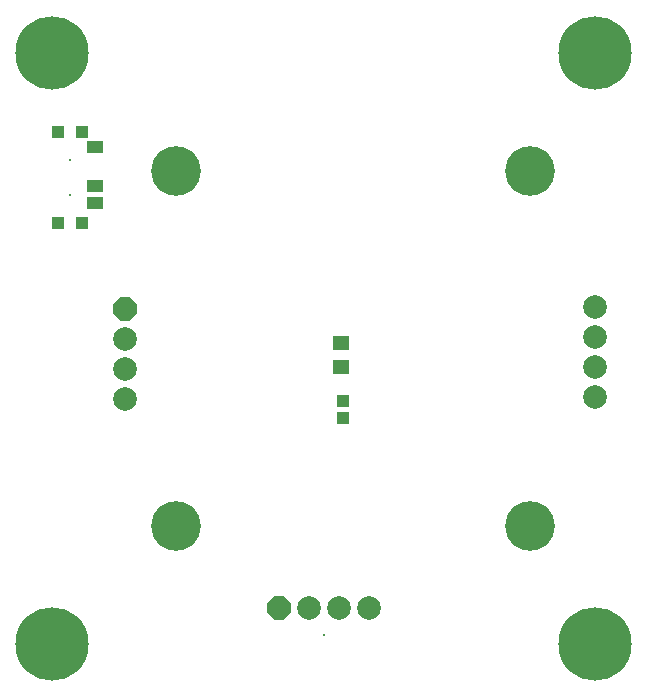
<source format=gts>
G04 Layer_Color=8388736*
%FSLAX44Y44*%
%MOMM*%
G71*
G01*
G75*
%ADD23R,1.4532X1.2032*%
%ADD24R,1.0532X1.0532*%
%ADD25R,1.1032X1.0032*%
%ADD26R,1.4532X1.1032*%
%ADD27C,4.2032*%
G04:AMPARAMS|DCode=28|XSize=0.2032mm|YSize=0.2032mm|CornerRadius=0mm|HoleSize=0mm|Usage=FLASHONLY|Rotation=0.000|XOffset=0mm|YOffset=0mm|HoleType=Round|Shape=RoundedRectangle|*
%AMROUNDEDRECTD28*
21,1,0.2032,0.2032,0,0,0.0*
21,1,0.2032,0.2032,0,0,0.0*
1,1,0.0000,0.1016,-0.1016*
1,1,0.0000,-0.1016,-0.1016*
1,1,0.0000,-0.1016,0.1016*
1,1,0.0000,0.1016,0.1016*
%
%ADD28ROUNDEDRECTD28*%
%ADD29P,2.1683X8X22.5*%
%ADD30C,2.0032*%
%ADD31C,0.2032*%
%ADD32P,2.1683X8X292.5*%
%ADD33C,6.2032*%
D23*
X290050Y304360D02*
D03*
Y284360D02*
D03*
D24*
X291160Y255470D02*
D03*
Y241470D02*
D03*
D25*
X70000Y483260D02*
D03*
X50000D02*
D03*
X70000Y406260D02*
D03*
X50000D02*
D03*
D26*
X81750Y422760D02*
D03*
Y437760D02*
D03*
Y470760D02*
D03*
D27*
X450000Y450000D02*
D03*
Y150000D02*
D03*
X150000D02*
D03*
Y450000D02*
D03*
D28*
X275000Y57200D02*
D03*
D29*
X236900Y80000D02*
D03*
D30*
X262300D02*
D03*
X287700D02*
D03*
X313100D02*
D03*
X107000Y257150D02*
D03*
Y282550D02*
D03*
Y307950D02*
D03*
X505000Y310000D02*
D03*
Y284600D02*
D03*
Y259200D02*
D03*
Y335400D02*
D03*
D31*
X60000Y459760D02*
D03*
Y429760D02*
D03*
D32*
X107000Y333350D02*
D03*
D33*
X505000Y50000D02*
D03*
X45000D02*
D03*
Y550000D02*
D03*
X505000D02*
D03*
M02*

</source>
